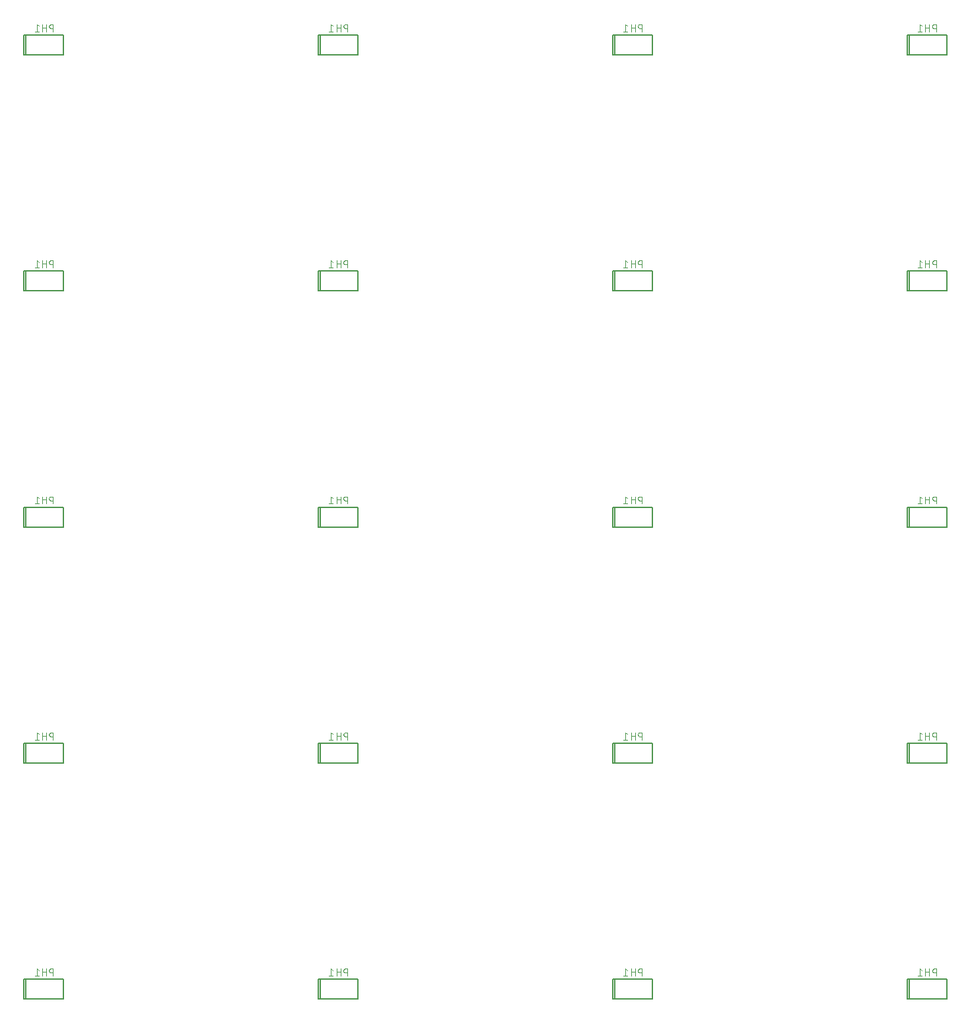
<source format=gbr>
G04 Panel Editor  V12.2 (Build 1133) Date:  Mon Apr 13 15:08:35 2020 *
G04 Database: C:\Users\sergey\Documents\EAGLE\projects\Led_amp\export\CAMOutputs\Panel\Led_amp.cam *
G04 Layer 5: silkscreen_bottom.gbr *
%FSLAX34Y34*%
%MOMM*%
%SFA1.000B1.000*%

%MIA0B0*%
%IPPOS*%
%ADD70C,0.15240*%
%ADD71R,0.25400X2.54000*%
%ADD20C,0.10160*%
%LNsilkscreen_bottom.gbr*%
%SRX1Y1I0J0*%
%LPD*%
%SRX4Y5I37.754J30.254*%
G54D71*
X165910Y268170D03*
G54D70*
X214170Y255470D02*
G01X163370D01*
Y280870*
X214170*
Y255470*
G54D20*
X200962Y285188D02*
G01Y294332D01*
X198422*
X198322Y294330*
X198223Y294324*
X198123Y294314*
X198025Y294301*
X197926Y294283*
X197829Y294262*
X197733Y294237*
X197637Y294208*
X197543Y294175*
X197450Y294139*
X197359Y294099*
X197269Y294055*
X197181Y294008*
X197095Y293958*
X197011Y293904*
X196929Y293847*
X196850Y293787*
X196772Y293723*
X196698Y293657*
X196626Y293588*
X196557Y293516*
X196491Y293442*
X196427Y293364*
X196367Y293285*
X196310Y293203*
X196256Y293119*
X196206Y293033*
X196159Y292945*
X196115Y292855*
X196075Y292764*
X196039Y292671*
X196006Y292577*
X195977Y292481*
X195952Y292385*
X195931Y292288*
X195913Y292189*
X195900Y292091*
X195890Y291991*
X195884Y291892*
X195882Y291792*
X195884Y291692*
X195890Y291593*
X195900Y291493*
X195913Y291395*
X195931Y291296*
X195952Y291199*
X195977Y291103*
X196006Y291007*
X196039Y290913*
X196075Y290820*
X196115Y290729*
X196159Y290639*
X196206Y290551*
X196256Y290465*
X196310Y290381*
X196367Y290299*
X196427Y290220*
X196491Y290142*
X196557Y290068*
X196626Y289996*
X196698Y289927*
X196772Y289861*
X196850Y289797*
X196929Y289737*
X197011Y289680*
X197095Y289626*
X197181Y289576*
X197269Y289529*
X197359Y289485*
X197450Y289445*
X197543Y289409*
X197637Y289376*
X197733Y289347*
X197829Y289322*
X197926Y289301*
X198025Y289283*
X198123Y289270*
X198223Y289260*
X198322Y289254*
X198422Y289252*
X200962*
X191970Y285188D02*
G01Y294332D01*
Y290268D02*
G01X186890D01*
Y294332D02*
G01Y285188D01*
X182522Y292300D02*
G01X179982Y294332D01*
Y285188*
X182522D02*
G01X177442D01*
M02*

</source>
